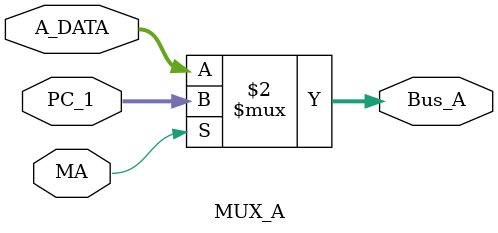
<source format=v>
`timescale 1ns / 1ps

module MUX_A(
    input MA,
    input [31:0] PC_1, A_DATA,
    output [31:0] Bus_A
    );
    
assign Bus_A = (!MA)? A_DATA : PC_1; // If MUX A, then A data, otherwise Program Counter + 1
    
endmodule

</source>
